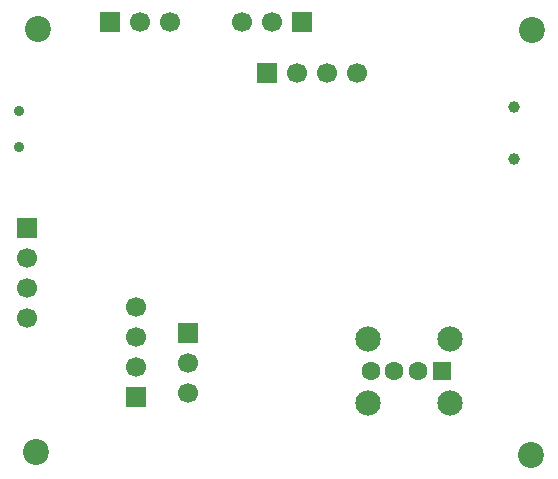
<source format=gbr>
%TF.GenerationSoftware,KiCad,Pcbnew,9.0.3*%
%TF.CreationDate,2025-09-29T14:44:44+08:00*%
%TF.ProjectId,Final Design,46696e61-6c20-4446-9573-69676e2e6b69,rev?*%
%TF.SameCoordinates,Original*%
%TF.FileFunction,Soldermask,Bot*%
%TF.FilePolarity,Negative*%
%FSLAX46Y46*%
G04 Gerber Fmt 4.6, Leading zero omitted, Abs format (unit mm)*
G04 Created by KiCad (PCBNEW 9.0.3) date 2025-09-29 14:44:44*
%MOMM*%
%LPD*%
G01*
G04 APERTURE LIST*
%ADD10C,0.900000*%
%ADD11R,1.700000X1.700000*%
%ADD12C,1.700000*%
%ADD13C,2.200000*%
%ADD14R,1.600000X1.600000*%
%ADD15C,1.600000*%
%ADD16C,2.150000*%
%ADD17C,1.000000*%
G04 APERTURE END LIST*
D10*
%TO.C,SW1*%
X78390000Y-46950000D03*
X78390000Y-49950000D03*
%TD*%
D11*
%TO.C,J6*%
X79100000Y-56780000D03*
D12*
X79100000Y-59320000D03*
X79100000Y-61860000D03*
X79100000Y-64400000D03*
%TD*%
D11*
%TO.C,L_1*%
X88300000Y-71100000D03*
D12*
X88300000Y-68560000D03*
X88300000Y-66020000D03*
X88300000Y-63480000D03*
%TD*%
D13*
%TO.C,H2*%
X121750000Y-76000000D03*
%TD*%
%TO.C,H3*%
X121865945Y-40025126D03*
%TD*%
%TO.C,H1*%
X80000000Y-40000000D03*
%TD*%
D11*
%TO.C,R_2*%
X86150000Y-39350000D03*
D12*
X88690000Y-39350000D03*
X91230000Y-39350000D03*
%TD*%
D11*
%TO.C,R_1*%
X92700000Y-65675000D03*
D12*
X92700000Y-68215000D03*
X92700000Y-70755000D03*
%TD*%
D11*
%TO.C,J1*%
X99440000Y-43700000D03*
D12*
X101980000Y-43700000D03*
X104520000Y-43700000D03*
X107060000Y-43700000D03*
%TD*%
D14*
%TO.C,J4*%
X114210000Y-68900000D03*
D15*
X112210000Y-68900000D03*
X110210000Y-68900000D03*
X108210000Y-68900000D03*
D16*
X114940000Y-71620000D03*
X114940000Y-66180000D03*
X107940000Y-71620000D03*
X107940000Y-66180000D03*
%TD*%
D11*
%TO.C,L_2*%
X102400000Y-39400000D03*
D12*
X99860000Y-39400000D03*
X97320000Y-39400000D03*
%TD*%
D17*
%TO.C,J5*%
X120358000Y-50980000D03*
X120358000Y-46580000D03*
%TD*%
D13*
%TO.C,H4*%
X79890000Y-75740000D03*
%TD*%
M02*

</source>
